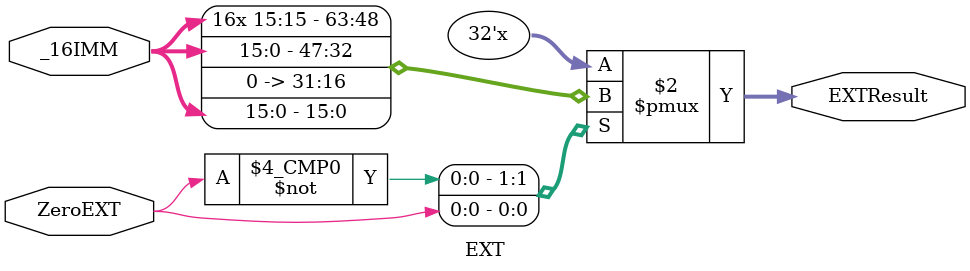
<source format=v>
module EXT(
    input ZeroEXT,
    input [15:0] _16IMM,
    output reg [31:0] EXTResult
    );

    always@(*) begin
        case(ZeroEXT)
            1'b0: EXTResult = {{16{_16IMM[15]}}, _16IMM};
            1'b1: EXTResult = {16'b0, _16IMM};
        endcase
    end

endmodule

</source>
